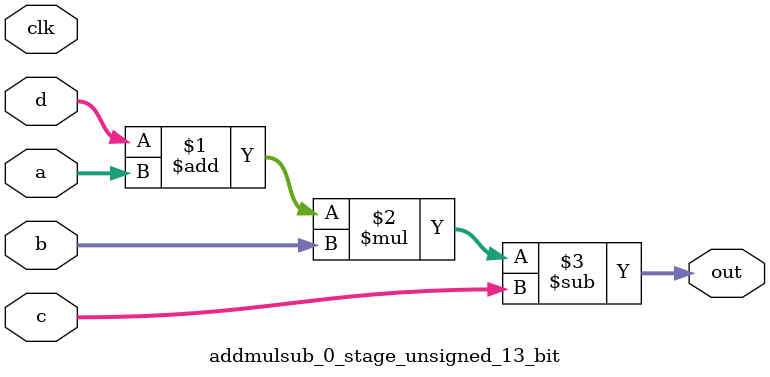
<source format=sv>
(* use_dsp = "yes" *) module addmulsub_0_stage_unsigned_13_bit(
	input  [12:0] a,
	input  [12:0] b,
	input  [12:0] c,
	input  [12:0] d,
	output [12:0] out,
	input clk);

	assign out = ((d + a) * b) - c;
endmodule

</source>
